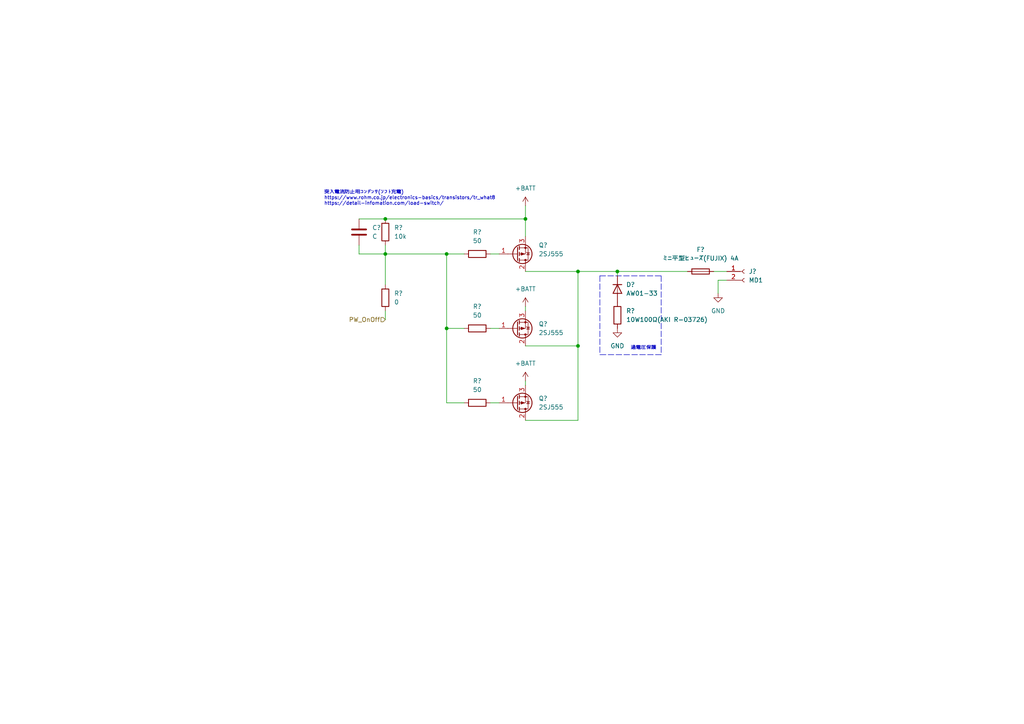
<source format=kicad_sch>
(kicad_sch (version 20211123) (generator eeschema)

  (uuid 4b06092e-e93f-44da-a259-385ace1d558d)

  (paper "A4")

  (lib_symbols
    (symbol "Connector:Conn_01x02_Female" (pin_names (offset 1.016) hide) (in_bom yes) (on_board yes)
      (property "Reference" "J" (id 0) (at 0 2.54 0)
        (effects (font (size 1.27 1.27)))
      )
      (property "Value" "Conn_01x02_Female" (id 1) (at 0 -5.08 0)
        (effects (font (size 1.27 1.27)))
      )
      (property "Footprint" "" (id 2) (at 0 0 0)
        (effects (font (size 1.27 1.27)) hide)
      )
      (property "Datasheet" "~" (id 3) (at 0 0 0)
        (effects (font (size 1.27 1.27)) hide)
      )
      (property "ki_keywords" "connector" (id 4) (at 0 0 0)
        (effects (font (size 1.27 1.27)) hide)
      )
      (property "ki_description" "Generic connector, single row, 01x02, script generated (kicad-library-utils/schlib/autogen/connector/)" (id 5) (at 0 0 0)
        (effects (font (size 1.27 1.27)) hide)
      )
      (property "ki_fp_filters" "Connector*:*_1x??_*" (id 6) (at 0 0 0)
        (effects (font (size 1.27 1.27)) hide)
      )
      (symbol "Conn_01x02_Female_1_1"
        (arc (start 0 -2.032) (mid -0.508 -2.54) (end 0 -3.048)
          (stroke (width 0.1524) (type default) (color 0 0 0 0))
          (fill (type none))
        )
        (polyline
          (pts
            (xy -1.27 -2.54)
            (xy -0.508 -2.54)
          )
          (stroke (width 0.1524) (type default) (color 0 0 0 0))
          (fill (type none))
        )
        (polyline
          (pts
            (xy -1.27 0)
            (xy -0.508 0)
          )
          (stroke (width 0.1524) (type default) (color 0 0 0 0))
          (fill (type none))
        )
        (arc (start 0 0.508) (mid -0.508 0) (end 0 -0.508)
          (stroke (width 0.1524) (type default) (color 0 0 0 0))
          (fill (type none))
        )
        (pin passive line (at -5.08 0 0) (length 3.81)
          (name "Pin_1" (effects (font (size 1.27 1.27))))
          (number "1" (effects (font (size 1.27 1.27))))
        )
        (pin passive line (at -5.08 -2.54 0) (length 3.81)
          (name "Pin_2" (effects (font (size 1.27 1.27))))
          (number "2" (effects (font (size 1.27 1.27))))
        )
      )
    )
    (symbol "Device:C" (pin_numbers hide) (pin_names (offset 0.254)) (in_bom yes) (on_board yes)
      (property "Reference" "C" (id 0) (at 0.635 2.54 0)
        (effects (font (size 1.27 1.27)) (justify left))
      )
      (property "Value" "C" (id 1) (at 0.635 -2.54 0)
        (effects (font (size 1.27 1.27)) (justify left))
      )
      (property "Footprint" "" (id 2) (at 0.9652 -3.81 0)
        (effects (font (size 1.27 1.27)) hide)
      )
      (property "Datasheet" "~" (id 3) (at 0 0 0)
        (effects (font (size 1.27 1.27)) hide)
      )
      (property "ki_keywords" "cap capacitor" (id 4) (at 0 0 0)
        (effects (font (size 1.27 1.27)) hide)
      )
      (property "ki_description" "Unpolarized capacitor" (id 5) (at 0 0 0)
        (effects (font (size 1.27 1.27)) hide)
      )
      (property "ki_fp_filters" "C_*" (id 6) (at 0 0 0)
        (effects (font (size 1.27 1.27)) hide)
      )
      (symbol "C_0_1"
        (polyline
          (pts
            (xy -2.032 -0.762)
            (xy 2.032 -0.762)
          )
          (stroke (width 0.508) (type default) (color 0 0 0 0))
          (fill (type none))
        )
        (polyline
          (pts
            (xy -2.032 0.762)
            (xy 2.032 0.762)
          )
          (stroke (width 0.508) (type default) (color 0 0 0 0))
          (fill (type none))
        )
      )
      (symbol "C_1_1"
        (pin passive line (at 0 3.81 270) (length 2.794)
          (name "~" (effects (font (size 1.27 1.27))))
          (number "1" (effects (font (size 1.27 1.27))))
        )
        (pin passive line (at 0 -3.81 90) (length 2.794)
          (name "~" (effects (font (size 1.27 1.27))))
          (number "2" (effects (font (size 1.27 1.27))))
        )
      )
    )
    (symbol "Device:D" (pin_numbers hide) (pin_names (offset 1.016) hide) (in_bom yes) (on_board yes)
      (property "Reference" "D" (id 0) (at 0 2.54 0)
        (effects (font (size 1.27 1.27)))
      )
      (property "Value" "D" (id 1) (at 0 -2.54 0)
        (effects (font (size 1.27 1.27)))
      )
      (property "Footprint" "" (id 2) (at 0 0 0)
        (effects (font (size 1.27 1.27)) hide)
      )
      (property "Datasheet" "~" (id 3) (at 0 0 0)
        (effects (font (size 1.27 1.27)) hide)
      )
      (property "ki_keywords" "diode" (id 4) (at 0 0 0)
        (effects (font (size 1.27 1.27)) hide)
      )
      (property "ki_description" "Diode" (id 5) (at 0 0 0)
        (effects (font (size 1.27 1.27)) hide)
      )
      (property "ki_fp_filters" "TO-???* *_Diode_* *SingleDiode* D_*" (id 6) (at 0 0 0)
        (effects (font (size 1.27 1.27)) hide)
      )
      (symbol "D_0_1"
        (polyline
          (pts
            (xy -1.27 1.27)
            (xy -1.27 -1.27)
          )
          (stroke (width 0.254) (type default) (color 0 0 0 0))
          (fill (type none))
        )
        (polyline
          (pts
            (xy 1.27 0)
            (xy -1.27 0)
          )
          (stroke (width 0) (type default) (color 0 0 0 0))
          (fill (type none))
        )
        (polyline
          (pts
            (xy 1.27 1.27)
            (xy 1.27 -1.27)
            (xy -1.27 0)
            (xy 1.27 1.27)
          )
          (stroke (width 0.254) (type default) (color 0 0 0 0))
          (fill (type none))
        )
      )
      (symbol "D_1_1"
        (pin passive line (at -3.81 0 0) (length 2.54)
          (name "K" (effects (font (size 1.27 1.27))))
          (number "1" (effects (font (size 1.27 1.27))))
        )
        (pin passive line (at 3.81 0 180) (length 2.54)
          (name "A" (effects (font (size 1.27 1.27))))
          (number "2" (effects (font (size 1.27 1.27))))
        )
      )
    )
    (symbol "Device:Fuse" (pin_numbers hide) (pin_names (offset 0)) (in_bom yes) (on_board yes)
      (property "Reference" "F" (id 0) (at 2.032 0 90)
        (effects (font (size 1.27 1.27)))
      )
      (property "Value" "Fuse" (id 1) (at -1.905 0 90)
        (effects (font (size 1.27 1.27)))
      )
      (property "Footprint" "" (id 2) (at -1.778 0 90)
        (effects (font (size 1.27 1.27)) hide)
      )
      (property "Datasheet" "~" (id 3) (at 0 0 0)
        (effects (font (size 1.27 1.27)) hide)
      )
      (property "ki_keywords" "fuse" (id 4) (at 0 0 0)
        (effects (font (size 1.27 1.27)) hide)
      )
      (property "ki_description" "Fuse" (id 5) (at 0 0 0)
        (effects (font (size 1.27 1.27)) hide)
      )
      (property "ki_fp_filters" "*Fuse*" (id 6) (at 0 0 0)
        (effects (font (size 1.27 1.27)) hide)
      )
      (symbol "Fuse_0_1"
        (rectangle (start -0.762 -2.54) (end 0.762 2.54)
          (stroke (width 0.254) (type default) (color 0 0 0 0))
          (fill (type none))
        )
        (polyline
          (pts
            (xy 0 2.54)
            (xy 0 -2.54)
          )
          (stroke (width 0) (type default) (color 0 0 0 0))
          (fill (type none))
        )
      )
      (symbol "Fuse_1_1"
        (pin passive line (at 0 3.81 270) (length 1.27)
          (name "~" (effects (font (size 1.27 1.27))))
          (number "1" (effects (font (size 1.27 1.27))))
        )
        (pin passive line (at 0 -3.81 90) (length 1.27)
          (name "~" (effects (font (size 1.27 1.27))))
          (number "2" (effects (font (size 1.27 1.27))))
        )
      )
    )
    (symbol "Device:Q_PMOS_GDS" (pin_names (offset 0) hide) (in_bom yes) (on_board yes)
      (property "Reference" "Q" (id 0) (at 5.08 1.27 0)
        (effects (font (size 1.27 1.27)) (justify left))
      )
      (property "Value" "Q_PMOS_GDS" (id 1) (at 5.08 -1.27 0)
        (effects (font (size 1.27 1.27)) (justify left))
      )
      (property "Footprint" "" (id 2) (at 5.08 2.54 0)
        (effects (font (size 1.27 1.27)) hide)
      )
      (property "Datasheet" "~" (id 3) (at 0 0 0)
        (effects (font (size 1.27 1.27)) hide)
      )
      (property "ki_keywords" "transistor PMOS P-MOS P-MOSFET" (id 4) (at 0 0 0)
        (effects (font (size 1.27 1.27)) hide)
      )
      (property "ki_description" "P-MOSFET transistor, gate/drain/source" (id 5) (at 0 0 0)
        (effects (font (size 1.27 1.27)) hide)
      )
      (symbol "Q_PMOS_GDS_0_1"
        (polyline
          (pts
            (xy 0.254 0)
            (xy -2.54 0)
          )
          (stroke (width 0) (type default) (color 0 0 0 0))
          (fill (type none))
        )
        (polyline
          (pts
            (xy 0.254 1.905)
            (xy 0.254 -1.905)
          )
          (stroke (width 0.254) (type default) (color 0 0 0 0))
          (fill (type none))
        )
        (polyline
          (pts
            (xy 0.762 -1.27)
            (xy 0.762 -2.286)
          )
          (stroke (width 0.254) (type default) (color 0 0 0 0))
          (fill (type none))
        )
        (polyline
          (pts
            (xy 0.762 0.508)
            (xy 0.762 -0.508)
          )
          (stroke (width 0.254) (type default) (color 0 0 0 0))
          (fill (type none))
        )
        (polyline
          (pts
            (xy 0.762 2.286)
            (xy 0.762 1.27)
          )
          (stroke (width 0.254) (type default) (color 0 0 0 0))
          (fill (type none))
        )
        (polyline
          (pts
            (xy 2.54 2.54)
            (xy 2.54 1.778)
          )
          (stroke (width 0) (type default) (color 0 0 0 0))
          (fill (type none))
        )
        (polyline
          (pts
            (xy 2.54 -2.54)
            (xy 2.54 0)
            (xy 0.762 0)
          )
          (stroke (width 0) (type default) (color 0 0 0 0))
          (fill (type none))
        )
        (polyline
          (pts
            (xy 0.762 1.778)
            (xy 3.302 1.778)
            (xy 3.302 -1.778)
            (xy 0.762 -1.778)
          )
          (stroke (width 0) (type default) (color 0 0 0 0))
          (fill (type none))
        )
        (polyline
          (pts
            (xy 2.286 0)
            (xy 1.27 0.381)
            (xy 1.27 -0.381)
            (xy 2.286 0)
          )
          (stroke (width 0) (type default) (color 0 0 0 0))
          (fill (type outline))
        )
        (polyline
          (pts
            (xy 2.794 -0.508)
            (xy 2.921 -0.381)
            (xy 3.683 -0.381)
            (xy 3.81 -0.254)
          )
          (stroke (width 0) (type default) (color 0 0 0 0))
          (fill (type none))
        )
        (polyline
          (pts
            (xy 3.302 -0.381)
            (xy 2.921 0.254)
            (xy 3.683 0.254)
            (xy 3.302 -0.381)
          )
          (stroke (width 0) (type default) (color 0 0 0 0))
          (fill (type none))
        )
        (circle (center 1.651 0) (radius 2.794)
          (stroke (width 0.254) (type default) (color 0 0 0 0))
          (fill (type none))
        )
        (circle (center 2.54 -1.778) (radius 0.254)
          (stroke (width 0) (type default) (color 0 0 0 0))
          (fill (type outline))
        )
        (circle (center 2.54 1.778) (radius 0.254)
          (stroke (width 0) (type default) (color 0 0 0 0))
          (fill (type outline))
        )
      )
      (symbol "Q_PMOS_GDS_1_1"
        (pin input line (at -5.08 0 0) (length 2.54)
          (name "G" (effects (font (size 1.27 1.27))))
          (number "1" (effects (font (size 1.27 1.27))))
        )
        (pin passive line (at 2.54 5.08 270) (length 2.54)
          (name "D" (effects (font (size 1.27 1.27))))
          (number "2" (effects (font (size 1.27 1.27))))
        )
        (pin passive line (at 2.54 -5.08 90) (length 2.54)
          (name "S" (effects (font (size 1.27 1.27))))
          (number "3" (effects (font (size 1.27 1.27))))
        )
      )
    )
    (symbol "Device:R" (pin_numbers hide) (pin_names (offset 0)) (in_bom yes) (on_board yes)
      (property "Reference" "R" (id 0) (at 2.032 0 90)
        (effects (font (size 1.27 1.27)))
      )
      (property "Value" "R" (id 1) (at 0 0 90)
        (effects (font (size 1.27 1.27)))
      )
      (property "Footprint" "" (id 2) (at -1.778 0 90)
        (effects (font (size 1.27 1.27)) hide)
      )
      (property "Datasheet" "~" (id 3) (at 0 0 0)
        (effects (font (size 1.27 1.27)) hide)
      )
      (property "ki_keywords" "R res resistor" (id 4) (at 0 0 0)
        (effects (font (size 1.27 1.27)) hide)
      )
      (property "ki_description" "Resistor" (id 5) (at 0 0 0)
        (effects (font (size 1.27 1.27)) hide)
      )
      (property "ki_fp_filters" "R_*" (id 6) (at 0 0 0)
        (effects (font (size 1.27 1.27)) hide)
      )
      (symbol "R_0_1"
        (rectangle (start -1.016 -2.54) (end 1.016 2.54)
          (stroke (width 0.254) (type default) (color 0 0 0 0))
          (fill (type none))
        )
      )
      (symbol "R_1_1"
        (pin passive line (at 0 3.81 270) (length 1.27)
          (name "~" (effects (font (size 1.27 1.27))))
          (number "1" (effects (font (size 1.27 1.27))))
        )
        (pin passive line (at 0 -3.81 90) (length 1.27)
          (name "~" (effects (font (size 1.27 1.27))))
          (number "2" (effects (font (size 1.27 1.27))))
        )
      )
    )
    (symbol "power:+BATT" (power) (pin_names (offset 0)) (in_bom yes) (on_board yes)
      (property "Reference" "#PWR" (id 0) (at 0 -3.81 0)
        (effects (font (size 1.27 1.27)) hide)
      )
      (property "Value" "+BATT" (id 1) (at 0 3.556 0)
        (effects (font (size 1.27 1.27)))
      )
      (property "Footprint" "" (id 2) (at 0 0 0)
        (effects (font (size 1.27 1.27)) hide)
      )
      (property "Datasheet" "" (id 3) (at 0 0 0)
        (effects (font (size 1.27 1.27)) hide)
      )
      (property "ki_keywords" "power-flag battery" (id 4) (at 0 0 0)
        (effects (font (size 1.27 1.27)) hide)
      )
      (property "ki_description" "Power symbol creates a global label with name \"+BATT\"" (id 5) (at 0 0 0)
        (effects (font (size 1.27 1.27)) hide)
      )
      (symbol "+BATT_0_1"
        (polyline
          (pts
            (xy -0.762 1.27)
            (xy 0 2.54)
          )
          (stroke (width 0) (type default) (color 0 0 0 0))
          (fill (type none))
        )
        (polyline
          (pts
            (xy 0 0)
            (xy 0 2.54)
          )
          (stroke (width 0) (type default) (color 0 0 0 0))
          (fill (type none))
        )
        (polyline
          (pts
            (xy 0 2.54)
            (xy 0.762 1.27)
          )
          (stroke (width 0) (type default) (color 0 0 0 0))
          (fill (type none))
        )
      )
      (symbol "+BATT_1_1"
        (pin power_in line (at 0 0 90) (length 0) hide
          (name "+BATT" (effects (font (size 1.27 1.27))))
          (number "1" (effects (font (size 1.27 1.27))))
        )
      )
    )
    (symbol "power:GND" (power) (pin_names (offset 0)) (in_bom yes) (on_board yes)
      (property "Reference" "#PWR" (id 0) (at 0 -6.35 0)
        (effects (font (size 1.27 1.27)) hide)
      )
      (property "Value" "GND" (id 1) (at 0 -3.81 0)
        (effects (font (size 1.27 1.27)))
      )
      (property "Footprint" "" (id 2) (at 0 0 0)
        (effects (font (size 1.27 1.27)) hide)
      )
      (property "Datasheet" "" (id 3) (at 0 0 0)
        (effects (font (size 1.27 1.27)) hide)
      )
      (property "ki_keywords" "power-flag" (id 4) (at 0 0 0)
        (effects (font (size 1.27 1.27)) hide)
      )
      (property "ki_description" "Power symbol creates a global label with name \"GND\" , ground" (id 5) (at 0 0 0)
        (effects (font (size 1.27 1.27)) hide)
      )
      (symbol "GND_0_1"
        (polyline
          (pts
            (xy 0 0)
            (xy 0 -1.27)
            (xy 1.27 -1.27)
            (xy 0 -2.54)
            (xy -1.27 -1.27)
            (xy 0 -1.27)
          )
          (stroke (width 0) (type default) (color 0 0 0 0))
          (fill (type none))
        )
      )
      (symbol "GND_1_1"
        (pin power_in line (at 0 0 270) (length 0) hide
          (name "GND" (effects (font (size 1.27 1.27))))
          (number "1" (effects (font (size 1.27 1.27))))
        )
      )
    )
  )

  (junction (at 111.76 73.66) (diameter 0) (color 0 0 0 0)
    (uuid 87df8969-c9d4-4a27-8b30-a46115c52469)
  )
  (junction (at 167.64 100.33) (diameter 0) (color 0 0 0 0)
    (uuid 8df4ff7e-b79b-4e4d-adea-d88d7eaf88f2)
  )
  (junction (at 129.54 95.25) (diameter 0) (color 0 0 0 0)
    (uuid 9705be00-27bc-432a-bc82-4d6a65afcae8)
  )
  (junction (at 152.4 63.5) (diameter 0) (color 0 0 0 0)
    (uuid 9df9e3e8-65e2-425d-9bb9-d8caaa809f08)
  )
  (junction (at 111.76 63.5) (diameter 0) (color 0 0 0 0)
    (uuid a70ac92a-7281-4c37-b45b-c748e29ac74c)
  )
  (junction (at 179.07 78.74) (diameter 0) (color 0 0 0 0)
    (uuid ab223015-246d-48b5-9a7c-665d4badd4a3)
  )
  (junction (at 129.54 73.66) (diameter 0) (color 0 0 0 0)
    (uuid b77d3f36-c921-4346-8eab-895b1690118e)
  )
  (junction (at 167.64 78.74) (diameter 0) (color 0 0 0 0)
    (uuid c8cb30fd-005a-4846-b581-937934349f40)
  )

  (wire (pts (xy 208.28 85.09) (xy 208.28 81.28))
    (stroke (width 0) (type default) (color 0 0 0 0))
    (uuid 01526839-24b7-4b77-bc29-8fba32eea208)
  )
  (wire (pts (xy 152.4 78.74) (xy 167.64 78.74))
    (stroke (width 0) (type default) (color 0 0 0 0))
    (uuid 09ce58bf-b305-4cfb-b459-c1d1119f7726)
  )
  (wire (pts (xy 111.76 73.66) (xy 104.14 73.66))
    (stroke (width 0) (type default) (color 0 0 0 0))
    (uuid 0c590ff3-1fce-4c47-a445-69484d25c40a)
  )
  (wire (pts (xy 207.01 78.74) (xy 210.82 78.74))
    (stroke (width 0) (type default) (color 0 0 0 0))
    (uuid 0fb19215-dcf0-413c-af88-9bfb5c14b888)
  )
  (wire (pts (xy 129.54 95.25) (xy 129.54 116.84))
    (stroke (width 0) (type default) (color 0 0 0 0))
    (uuid 14180b56-41d5-4257-b47c-d69ab69a1bd8)
  )
  (wire (pts (xy 129.54 73.66) (xy 134.62 73.66))
    (stroke (width 0) (type default) (color 0 0 0 0))
    (uuid 2070c959-b209-400a-aee0-8dce49cd9fb6)
  )
  (wire (pts (xy 152.4 59.69) (xy 152.4 63.5))
    (stroke (width 0) (type default) (color 0 0 0 0))
    (uuid 21d7d314-d8a8-4a3b-a702-7afd49d13dc3)
  )
  (wire (pts (xy 152.4 100.33) (xy 167.64 100.33))
    (stroke (width 0) (type default) (color 0 0 0 0))
    (uuid 26da9679-4e28-41ff-a4ec-33bdba893da4)
  )
  (wire (pts (xy 104.14 63.5) (xy 111.76 63.5))
    (stroke (width 0) (type default) (color 0 0 0 0))
    (uuid 2a43154e-4172-44ef-ab19-916a191956a3)
  )
  (wire (pts (xy 129.54 73.66) (xy 129.54 95.25))
    (stroke (width 0) (type default) (color 0 0 0 0))
    (uuid 2bc05357-b256-4fd1-a73e-46fe8c964aee)
  )
  (wire (pts (xy 111.76 73.66) (xy 129.54 73.66))
    (stroke (width 0) (type default) (color 0 0 0 0))
    (uuid 2f50a873-7eed-4523-91d8-3676c63e3b75)
  )
  (wire (pts (xy 152.4 121.92) (xy 167.64 121.92))
    (stroke (width 0) (type default) (color 0 0 0 0))
    (uuid 30edba0e-ea99-40aa-8b06-fa49ae7ca70f)
  )
  (wire (pts (xy 152.4 110.49) (xy 152.4 111.76))
    (stroke (width 0) (type default) (color 0 0 0 0))
    (uuid 33895b38-068c-4b9d-a30e-01478516059d)
  )
  (polyline (pts (xy 191.77 80.01) (xy 191.77 102.87))
    (stroke (width 0) (type default) (color 0 0 0 0))
    (uuid 3b7ca239-0ff0-45b1-af2b-aeeb3abd0b4b)
  )

  (wire (pts (xy 129.54 116.84) (xy 134.62 116.84))
    (stroke (width 0) (type default) (color 0 0 0 0))
    (uuid 42050dc6-4e9e-4628-b8d7-fc6229b39444)
  )
  (wire (pts (xy 111.76 71.12) (xy 111.76 73.66))
    (stroke (width 0) (type default) (color 0 0 0 0))
    (uuid 5ba8225d-58e3-4a9a-be74-5f5630ac4f2b)
  )
  (wire (pts (xy 179.07 78.74) (xy 179.07 80.01))
    (stroke (width 0) (type default) (color 0 0 0 0))
    (uuid 5d2c4a1e-9689-44f5-bc26-84e0a017e179)
  )
  (wire (pts (xy 152.4 63.5) (xy 152.4 68.58))
    (stroke (width 0) (type default) (color 0 0 0 0))
    (uuid 61ae43d7-ad75-4e31-8c1b-b4eb2534daa2)
  )
  (polyline (pts (xy 173.99 80.01) (xy 191.77 80.01))
    (stroke (width 0) (type default) (color 0 0 0 0))
    (uuid 698a7cae-14e0-4fe5-bbf0-31c9fabe32f4)
  )

  (wire (pts (xy 142.24 116.84) (xy 144.78 116.84))
    (stroke (width 0) (type default) (color 0 0 0 0))
    (uuid 8cb8b70d-4c46-417c-bf3a-34c80e20471a)
  )
  (wire (pts (xy 104.14 73.66) (xy 104.14 71.12))
    (stroke (width 0) (type default) (color 0 0 0 0))
    (uuid 8d5415b9-7d82-42ae-a817-7731223d1a08)
  )
  (wire (pts (xy 111.76 73.66) (xy 111.76 82.55))
    (stroke (width 0) (type default) (color 0 0 0 0))
    (uuid 8f44137c-0051-40ff-98b3-2a3911006058)
  )
  (polyline (pts (xy 191.77 102.87) (xy 173.99 102.87))
    (stroke (width 0) (type default) (color 0 0 0 0))
    (uuid a7560eef-bb67-4f73-9164-4119bb842c00)
  )

  (wire (pts (xy 111.76 63.5) (xy 152.4 63.5))
    (stroke (width 0) (type default) (color 0 0 0 0))
    (uuid afe983f3-3230-4093-b260-5c7b86da124d)
  )
  (wire (pts (xy 152.4 88.9) (xy 152.4 90.17))
    (stroke (width 0) (type default) (color 0 0 0 0))
    (uuid b079b053-f0b9-42d9-839b-47085f79c829)
  )
  (polyline (pts (xy 173.99 80.01) (xy 173.99 102.87))
    (stroke (width 0) (type default) (color 0 0 0 0))
    (uuid b1c52d5b-6f67-4b2c-b7d3-b90fe43758d6)
  )

  (wire (pts (xy 167.64 100.33) (xy 167.64 78.74))
    (stroke (width 0) (type default) (color 0 0 0 0))
    (uuid c112c1ef-7839-4042-bc72-ae3011343623)
  )
  (wire (pts (xy 142.24 95.25) (xy 144.78 95.25))
    (stroke (width 0) (type default) (color 0 0 0 0))
    (uuid c11ebe43-f937-42f7-91c5-4662d3b1cf30)
  )
  (wire (pts (xy 179.07 78.74) (xy 199.39 78.74))
    (stroke (width 0) (type default) (color 0 0 0 0))
    (uuid c9352de1-e2aa-4cbf-89e4-3c0acd93ae60)
  )
  (wire (pts (xy 129.54 95.25) (xy 134.62 95.25))
    (stroke (width 0) (type default) (color 0 0 0 0))
    (uuid d4b765ad-15d5-4440-a7e2-7ba3040b51ed)
  )
  (wire (pts (xy 111.76 90.17) (xy 111.76 92.71))
    (stroke (width 0) (type default) (color 0 0 0 0))
    (uuid d58a31f7-6802-4c9b-8182-5ba1078e246c)
  )
  (wire (pts (xy 142.24 73.66) (xy 144.78 73.66))
    (stroke (width 0) (type default) (color 0 0 0 0))
    (uuid dabd5fa3-5d94-4d62-a32c-c3793c3bfeb0)
  )
  (wire (pts (xy 167.64 121.92) (xy 167.64 100.33))
    (stroke (width 0) (type default) (color 0 0 0 0))
    (uuid dc2608e0-3f47-461f-88e2-5f6963cd1fa5)
  )
  (wire (pts (xy 167.64 78.74) (xy 179.07 78.74))
    (stroke (width 0) (type default) (color 0 0 0 0))
    (uuid f4c6d327-d603-496a-9600-cb4ac0fba7d4)
  )
  (wire (pts (xy 208.28 81.28) (xy 210.82 81.28))
    (stroke (width 0) (type default) (color 0 0 0 0))
    (uuid fb036581-9c5a-4eb2-8628-4cb714044ad0)
  )

  (text "突入電流防止用コンデンサ(ソフト充電)\nhttps://www.rohm.co.jp/electronics-basics/transistors/tr_what8\nhttps://detail-infomation.com/load-switch/"
    (at 93.98 59.69 0)
    (effects (font (size 1 1)) (justify left bottom))
    (uuid 05da8274-e3f8-4129-9736-2d127c0935ee)
  )
  (text "過電圧保護" (at 182.88 101.6 0)
    (effects (font (size 1 1)) (justify left bottom))
    (uuid 5c313a6f-6a8d-4d6b-b462-865b80ccf11f)
  )

  (hierarchical_label "PW_OnOff" (shape input) (at 111.76 92.71 180)
    (effects (font (size 1.27 1.27)) (justify right))
    (uuid 056761fe-b92f-4bfc-a580-3f402ca9506e)
  )

  (symbol (lib_id "power:+BATT") (at 152.4 59.69 0) (unit 1)
    (in_bom yes) (on_board yes) (fields_autoplaced)
    (uuid 0a247fb6-0f2f-45c4-9719-64a3a5ad9cd3)
    (property "Reference" "#PWR?" (id 0) (at 152.4 63.5 0)
      (effects (font (size 1.27 1.27)) hide)
    )
    (property "Value" "+BATT" (id 1) (at 152.4 54.61 0))
    (property "Footprint" "" (id 2) (at 152.4 59.69 0)
      (effects (font (size 1.27 1.27)) hide)
    )
    (property "Datasheet" "" (id 3) (at 152.4 59.69 0)
      (effects (font (size 1.27 1.27)) hide)
    )
    (pin "1" (uuid ddfc9f63-daa9-4875-b9e5-185b045ff12c))
  )

  (symbol (lib_id "Device:R") (at 179.07 91.44 0) (unit 1)
    (in_bom yes) (on_board yes) (fields_autoplaced)
    (uuid 110ba9d9-117b-4618-88c9-a5f40318bfa1)
    (property "Reference" "R?" (id 0) (at 181.61 90.1699 0)
      (effects (font (size 1.27 1.27)) (justify left))
    )
    (property "Value" "10W100Ω(AKI R-03726)" (id 1) (at 181.61 92.7099 0)
      (effects (font (size 1.27 1.27)) (justify left))
    )
    (property "Footprint" "" (id 2) (at 177.292 91.44 90)
      (effects (font (size 1.27 1.27)) hide)
    )
    (property "Datasheet" "~" (id 3) (at 179.07 91.44 0)
      (effects (font (size 1.27 1.27)) hide)
    )
    (pin "1" (uuid ca14b3fc-efb3-481c-9da5-8c6247a84e7a))
    (pin "2" (uuid 8ed299ce-f7f6-494a-96bf-b77589aadb47))
  )

  (symbol (lib_id "Connector:Conn_01x02_Female") (at 215.9 78.74 0) (unit 1)
    (in_bom yes) (on_board yes) (fields_autoplaced)
    (uuid 12247472-26e7-4472-8d74-44e984077762)
    (property "Reference" "J?" (id 0) (at 217.17 78.7399 0)
      (effects (font (size 1.27 1.27)) (justify left))
    )
    (property "Value" "MD1" (id 1) (at 217.17 81.2799 0)
      (effects (font (size 1.27 1.27)) (justify left))
    )
    (property "Footprint" "" (id 2) (at 215.9 78.74 0)
      (effects (font (size 1.27 1.27)) hide)
    )
    (property "Datasheet" "~" (id 3) (at 215.9 78.74 0)
      (effects (font (size 1.27 1.27)) hide)
    )
    (pin "1" (uuid 91a6fae1-4532-4be8-b275-5d5630910fe2))
    (pin "2" (uuid 4a7fe2f5-943e-4065-863b-845725a76692))
  )

  (symbol (lib_id "power:+BATT") (at 152.4 110.49 0) (unit 1)
    (in_bom yes) (on_board yes) (fields_autoplaced)
    (uuid 24bf3844-0c92-4752-bebf-a280f747e4a0)
    (property "Reference" "#PWR?" (id 0) (at 152.4 114.3 0)
      (effects (font (size 1.27 1.27)) hide)
    )
    (property "Value" "+BATT" (id 1) (at 152.4 105.41 0))
    (property "Footprint" "" (id 2) (at 152.4 110.49 0)
      (effects (font (size 1.27 1.27)) hide)
    )
    (property "Datasheet" "" (id 3) (at 152.4 110.49 0)
      (effects (font (size 1.27 1.27)) hide)
    )
    (pin "1" (uuid 70d83bba-0f70-4827-aa8b-e5a20d1a5c7a))
  )

  (symbol (lib_id "power:+BATT") (at 152.4 88.9 0) (unit 1)
    (in_bom yes) (on_board yes) (fields_autoplaced)
    (uuid 3768922b-b0e9-43e5-843c-39f05fa7e86f)
    (property "Reference" "#PWR?" (id 0) (at 152.4 92.71 0)
      (effects (font (size 1.27 1.27)) hide)
    )
    (property "Value" "+BATT" (id 1) (at 152.4 83.82 0))
    (property "Footprint" "" (id 2) (at 152.4 88.9 0)
      (effects (font (size 1.27 1.27)) hide)
    )
    (property "Datasheet" "" (id 3) (at 152.4 88.9 0)
      (effects (font (size 1.27 1.27)) hide)
    )
    (pin "1" (uuid 17e9bad3-f6bf-4e65-b194-41b0a5f53346))
  )

  (symbol (lib_id "Device:C") (at 104.14 67.31 0) (unit 1)
    (in_bom yes) (on_board yes) (fields_autoplaced)
    (uuid 4515c77a-15ed-485f-a71d-9eb5377b2290)
    (property "Reference" "C?" (id 0) (at 107.95 66.0399 0)
      (effects (font (size 1.27 1.27)) (justify left))
    )
    (property "Value" "C" (id 1) (at 107.95 68.5799 0)
      (effects (font (size 1.27 1.27)) (justify left))
    )
    (property "Footprint" "" (id 2) (at 105.1052 71.12 0)
      (effects (font (size 1.27 1.27)) hide)
    )
    (property "Datasheet" "~" (id 3) (at 104.14 67.31 0)
      (effects (font (size 1.27 1.27)) hide)
    )
    (pin "1" (uuid a89f9b88-6ccf-4c09-8f77-d3bed24f0838))
    (pin "2" (uuid 17c40444-d0a8-4097-b413-c361411494d2))
  )

  (symbol (lib_id "Device:Fuse") (at 203.2 78.74 270) (unit 1)
    (in_bom yes) (on_board yes) (fields_autoplaced)
    (uuid 4e6e7104-ac63-499f-a84d-edabac4ea7bf)
    (property "Reference" "F?" (id 0) (at 203.2 72.39 90))
    (property "Value" "ミニ平型ヒューズ(FUJIX) 4A" (id 1) (at 203.2 74.93 90))
    (property "Footprint" "" (id 2) (at 203.2 76.962 90)
      (effects (font (size 1.27 1.27)) hide)
    )
    (property "Datasheet" "~" (id 3) (at 203.2 78.74 0)
      (effects (font (size 1.27 1.27)) hide)
    )
    (pin "1" (uuid 5f82da45-08a7-4c02-abf7-eca11d559e81))
    (pin "2" (uuid 4866bf57-55b6-4bbe-bb5d-da60cfaba902))
  )

  (symbol (lib_id "Device:Q_PMOS_GDS") (at 149.86 73.66 0) (mirror x) (unit 1)
    (in_bom yes) (on_board yes)
    (uuid 566e0c95-d736-46d3-91ec-05e2858f1be4)
    (property "Reference" "Q?" (id 0) (at 156.21 71.12 0)
      (effects (font (size 1.27 1.27)) (justify left))
    )
    (property "Value" "2SJ555" (id 1) (at 156.21 73.66 0)
      (effects (font (size 1.27 1.27)) (justify left))
    )
    (property "Footprint" "" (id 2) (at 154.94 76.2 0)
      (effects (font (size 1.27 1.27)) hide)
    )
    (property "Datasheet" "~" (id 3) (at 149.86 73.66 0)
      (effects (font (size 1.27 1.27)) hide)
    )
    (pin "1" (uuid 35431b0a-96d8-4b76-aab9-cf95cfbdeca9))
    (pin "2" (uuid caa6a629-ae55-4e25-9b4f-320d64a60541))
    (pin "3" (uuid 9173a8eb-b39a-4713-84f8-38640fec8a37))
  )

  (symbol (lib_id "Device:R") (at 111.76 67.31 0) (unit 1)
    (in_bom yes) (on_board yes) (fields_autoplaced)
    (uuid 5f51d9a3-ea73-470d-a4ab-c25b012940ab)
    (property "Reference" "R?" (id 0) (at 114.3 66.0399 0)
      (effects (font (size 1.27 1.27)) (justify left))
    )
    (property "Value" "10k" (id 1) (at 114.3 68.5799 0)
      (effects (font (size 1.27 1.27)) (justify left))
    )
    (property "Footprint" "" (id 2) (at 109.982 67.31 90)
      (effects (font (size 1.27 1.27)) hide)
    )
    (property "Datasheet" "~" (id 3) (at 111.76 67.31 0)
      (effects (font (size 1.27 1.27)) hide)
    )
    (pin "1" (uuid afe06733-ea21-4594-92a4-8dafbd7e022a))
    (pin "2" (uuid ab91fb33-4cc2-4b29-8ee9-48d97240c0a5))
  )

  (symbol (lib_id "Device:D") (at 179.07 83.82 270) (unit 1)
    (in_bom yes) (on_board yes) (fields_autoplaced)
    (uuid 66e55703-b2ae-4321-b92d-63565c4b656a)
    (property "Reference" "D?" (id 0) (at 181.61 82.5499 90)
      (effects (font (size 1.27 1.27)) (justify left))
    )
    (property "Value" "AW01-33" (id 1) (at 181.61 85.0899 90)
      (effects (font (size 1.27 1.27)) (justify left))
    )
    (property "Footprint" "" (id 2) (at 179.07 83.82 0)
      (effects (font (size 1.27 1.27)) hide)
    )
    (property "Datasheet" "~" (id 3) (at 179.07 83.82 0)
      (effects (font (size 1.27 1.27)) hide)
    )
    (pin "1" (uuid fae67130-4e50-484f-9267-33e4ca6d0eb8))
    (pin "2" (uuid b3ff7e27-d77a-4f18-b2f3-c867e143409e))
  )

  (symbol (lib_id "Device:R") (at 138.43 73.66 90) (unit 1)
    (in_bom yes) (on_board yes) (fields_autoplaced)
    (uuid 68d4edfd-c8ec-4c7d-b141-d15697143b39)
    (property "Reference" "R?" (id 0) (at 138.43 67.31 90))
    (property "Value" "50" (id 1) (at 138.43 69.85 90))
    (property "Footprint" "" (id 2) (at 138.43 75.438 90)
      (effects (font (size 1.27 1.27)) hide)
    )
    (property "Datasheet" "~" (id 3) (at 138.43 73.66 0)
      (effects (font (size 1.27 1.27)) hide)
    )
    (pin "1" (uuid ef3dc9ce-0b57-4c70-9181-12d122f82043))
    (pin "2" (uuid 072df4ec-ef0f-46e7-b86e-8d12c751e2fc))
  )

  (symbol (lib_id "Device:Q_PMOS_GDS") (at 149.86 95.25 0) (mirror x) (unit 1)
    (in_bom yes) (on_board yes) (fields_autoplaced)
    (uuid 6e71640f-57bd-433d-92af-dc07ef1f4a47)
    (property "Reference" "Q?" (id 0) (at 156.21 93.9799 0)
      (effects (font (size 1.27 1.27)) (justify left))
    )
    (property "Value" "2SJ555" (id 1) (at 156.21 96.5199 0)
      (effects (font (size 1.27 1.27)) (justify left))
    )
    (property "Footprint" "" (id 2) (at 154.94 97.79 0)
      (effects (font (size 1.27 1.27)) hide)
    )
    (property "Datasheet" "~" (id 3) (at 149.86 95.25 0)
      (effects (font (size 1.27 1.27)) hide)
    )
    (pin "1" (uuid ac9a2819-1e7f-4944-9175-f0bf1fc983f6))
    (pin "2" (uuid 8db83897-02d9-465e-8355-d575e0c3e58d))
    (pin "3" (uuid b2a67a80-4641-4eb4-85d2-3e881b9b0d81))
  )

  (symbol (lib_id "power:GND") (at 208.28 85.09 0) (unit 1)
    (in_bom yes) (on_board yes) (fields_autoplaced)
    (uuid 90a36419-42db-4cb5-88ba-ea32d46e2920)
    (property "Reference" "#PWR?" (id 0) (at 208.28 91.44 0)
      (effects (font (size 1.27 1.27)) hide)
    )
    (property "Value" "GND" (id 1) (at 208.28 90.17 0))
    (property "Footprint" "" (id 2) (at 208.28 85.09 0)
      (effects (font (size 1.27 1.27)) hide)
    )
    (property "Datasheet" "" (id 3) (at 208.28 85.09 0)
      (effects (font (size 1.27 1.27)) hide)
    )
    (pin "1" (uuid 221e14c9-2d30-4255-b8b0-2d58bdbccc63))
  )

  (symbol (lib_id "Device:R") (at 111.76 86.36 0) (unit 1)
    (in_bom yes) (on_board yes) (fields_autoplaced)
    (uuid 92cd6358-f20b-4eea-a110-6b48fab456e9)
    (property "Reference" "R?" (id 0) (at 114.3 85.0899 0)
      (effects (font (size 1.27 1.27)) (justify left))
    )
    (property "Value" "0" (id 1) (at 114.3 87.6299 0)
      (effects (font (size 1.27 1.27)) (justify left))
    )
    (property "Footprint" "" (id 2) (at 109.982 86.36 90)
      (effects (font (size 1.27 1.27)) hide)
    )
    (property "Datasheet" "~" (id 3) (at 111.76 86.36 0)
      (effects (font (size 1.27 1.27)) hide)
    )
    (pin "1" (uuid 2da661eb-5e48-4340-9c5f-fffb5a2181c6))
    (pin "2" (uuid bddaf08a-1ed1-4046-b813-104380db97f5))
  )

  (symbol (lib_id "Device:R") (at 138.43 116.84 90) (unit 1)
    (in_bom yes) (on_board yes) (fields_autoplaced)
    (uuid c38026e1-f1e2-4e3a-ad15-1f03b3f55059)
    (property "Reference" "R?" (id 0) (at 138.43 110.49 90))
    (property "Value" "50" (id 1) (at 138.43 113.03 90))
    (property "Footprint" "" (id 2) (at 138.43 118.618 90)
      (effects (font (size 1.27 1.27)) hide)
    )
    (property "Datasheet" "~" (id 3) (at 138.43 116.84 0)
      (effects (font (size 1.27 1.27)) hide)
    )
    (pin "1" (uuid 38225abe-caf1-4405-80d2-ef88c6dff260))
    (pin "2" (uuid 6b2396f7-3d20-454d-bda6-a8a69dd8be06))
  )

  (symbol (lib_id "Device:R") (at 138.43 95.25 90) (unit 1)
    (in_bom yes) (on_board yes) (fields_autoplaced)
    (uuid d1886d21-b674-4b1a-a764-bf5d5dd6b03c)
    (property "Reference" "R?" (id 0) (at 138.43 88.9 90))
    (property "Value" "50" (id 1) (at 138.43 91.44 90))
    (property "Footprint" "" (id 2) (at 138.43 97.028 90)
      (effects (font (size 1.27 1.27)) hide)
    )
    (property "Datasheet" "~" (id 3) (at 138.43 95.25 0)
      (effects (font (size 1.27 1.27)) hide)
    )
    (pin "1" (uuid 3ee36fff-3adc-4c36-91f8-9c4d2179fb72))
    (pin "2" (uuid 090f19e4-0784-43c5-b479-2295c5194998))
  )

  (symbol (lib_id "Device:Q_PMOS_GDS") (at 149.86 116.84 0) (mirror x) (unit 1)
    (in_bom yes) (on_board yes) (fields_autoplaced)
    (uuid e3e7ba85-421c-4587-ad97-233d82f9fb99)
    (property "Reference" "Q?" (id 0) (at 156.21 115.5699 0)
      (effects (font (size 1.27 1.27)) (justify left))
    )
    (property "Value" "2SJ555" (id 1) (at 156.21 118.1099 0)
      (effects (font (size 1.27 1.27)) (justify left))
    )
    (property "Footprint" "" (id 2) (at 154.94 119.38 0)
      (effects (font (size 1.27 1.27)) hide)
    )
    (property "Datasheet" "~" (id 3) (at 149.86 116.84 0)
      (effects (font (size 1.27 1.27)) hide)
    )
    (pin "1" (uuid dd9c9339-cfdf-4d07-a09b-1964c89f0587))
    (pin "2" (uuid dfe06a95-0940-4a59-8fa7-2e1387052e42))
    (pin "3" (uuid dafd1c86-a926-462a-9cbd-ecb6a8df3c80))
  )

  (symbol (lib_id "power:GND") (at 179.07 95.25 0) (unit 1)
    (in_bom yes) (on_board yes) (fields_autoplaced)
    (uuid fc358487-f0e9-43d8-a1dd-659c14fc5899)
    (property "Reference" "#PWR?" (id 0) (at 179.07 101.6 0)
      (effects (font (size 1.27 1.27)) hide)
    )
    (property "Value" "GND" (id 1) (at 179.07 100.33 0))
    (property "Footprint" "" (id 2) (at 179.07 95.25 0)
      (effects (font (size 1.27 1.27)) hide)
    )
    (property "Datasheet" "" (id 3) (at 179.07 95.25 0)
      (effects (font (size 1.27 1.27)) hide)
    )
    (pin "1" (uuid 651cc8f1-ca52-4b56-a25a-5256f2b1be61))
  )
)

</source>
